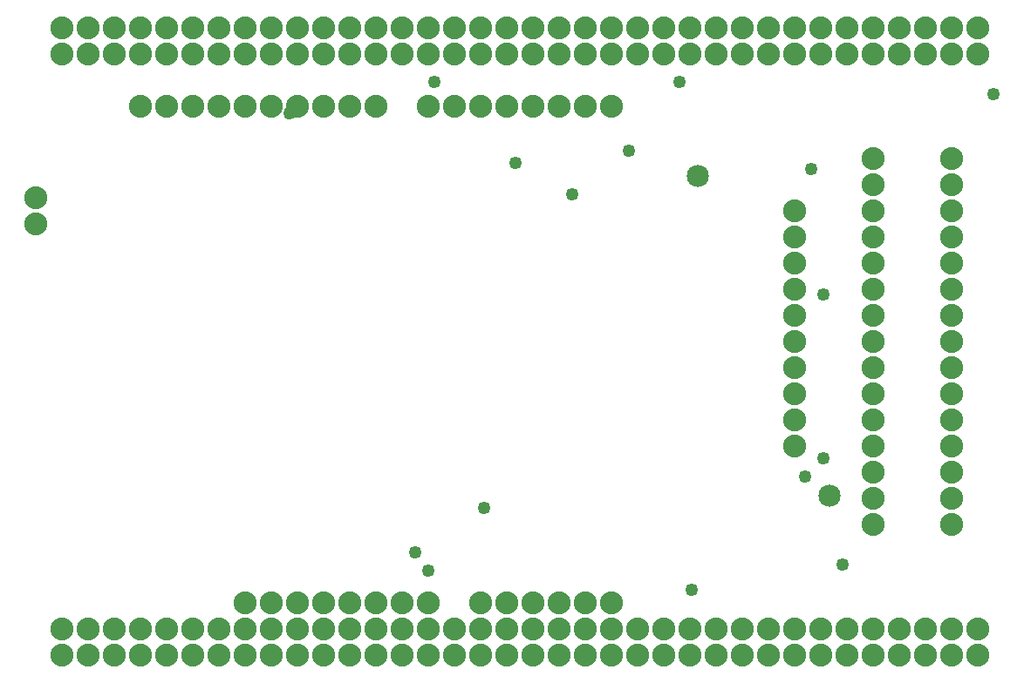
<source format=gbs>
G04 MADE WITH FRITZING*
G04 WWW.FRITZING.ORG*
G04 DOUBLE SIDED*
G04 HOLES PLATED*
G04 CONTOUR ON CENTER OF CONTOUR VECTOR*
%ASAXBY*%
%FSLAX23Y23*%
%MOIN*%
%OFA0B0*%
%SFA1.0B1.0*%
%ADD10C,0.088000*%
%ADD11C,0.049370*%
%ADD12C,0.085000*%
%LNMASK0*%
G90*
G70*
G54D10*
X174Y2433D03*
X274Y2433D03*
X374Y2433D03*
X474Y2433D03*
X574Y2433D03*
X674Y2433D03*
X774Y2433D03*
X874Y2433D03*
X974Y2433D03*
X1074Y2433D03*
X1174Y2433D03*
X1274Y2433D03*
X1374Y2433D03*
X1474Y2433D03*
X1574Y2433D03*
X1674Y2433D03*
X1774Y2433D03*
X1874Y2433D03*
X1974Y2433D03*
X2074Y2433D03*
X2174Y2433D03*
X2274Y2433D03*
X2374Y2433D03*
X2474Y2433D03*
X2574Y2433D03*
X2674Y2433D03*
X2774Y2433D03*
X2874Y2433D03*
X2974Y2433D03*
X3074Y2433D03*
X3174Y2433D03*
X3274Y2433D03*
X3374Y2433D03*
X3474Y2433D03*
X3574Y2433D03*
X3674Y2433D03*
X174Y2533D03*
X274Y2533D03*
X374Y2533D03*
X474Y2533D03*
X574Y2533D03*
X674Y2533D03*
X774Y2533D03*
X874Y2533D03*
X974Y2533D03*
X1074Y2533D03*
X1174Y2533D03*
X1274Y2533D03*
X1374Y2533D03*
X1474Y2533D03*
X1574Y2533D03*
X1674Y2533D03*
X1774Y2533D03*
X1874Y2533D03*
X1974Y2533D03*
X2074Y2533D03*
X2174Y2533D03*
X2274Y2533D03*
X2374Y2533D03*
X2474Y2533D03*
X2574Y2533D03*
X2674Y2533D03*
X2774Y2533D03*
X2874Y2533D03*
X2974Y2533D03*
X3074Y2533D03*
X3174Y2533D03*
X3274Y2533D03*
X3374Y2533D03*
X3474Y2533D03*
X3574Y2533D03*
X3674Y2533D03*
X174Y233D03*
X274Y233D03*
X374Y233D03*
X474Y233D03*
X574Y233D03*
X674Y233D03*
X774Y233D03*
X874Y233D03*
X974Y233D03*
X1074Y233D03*
X1174Y233D03*
X1274Y233D03*
X1374Y233D03*
X1474Y233D03*
X1574Y233D03*
X1674Y233D03*
X1774Y233D03*
X1874Y233D03*
X1974Y233D03*
X2074Y233D03*
X2174Y233D03*
X2274Y233D03*
X2374Y233D03*
X2474Y233D03*
X2574Y233D03*
X2674Y233D03*
X2774Y233D03*
X2874Y233D03*
X2974Y233D03*
X3074Y233D03*
X3174Y233D03*
X3274Y233D03*
X3374Y233D03*
X3474Y233D03*
X3574Y233D03*
X3674Y233D03*
X174Y133D03*
X274Y133D03*
X374Y133D03*
X474Y133D03*
X574Y133D03*
X674Y133D03*
X774Y133D03*
X874Y133D03*
X974Y133D03*
X1074Y133D03*
X1174Y133D03*
X1274Y133D03*
X1374Y133D03*
X1474Y133D03*
X1574Y133D03*
X1674Y133D03*
X1774Y133D03*
X1874Y133D03*
X1974Y133D03*
X2074Y133D03*
X2174Y133D03*
X2274Y133D03*
X2374Y133D03*
X2474Y133D03*
X2574Y133D03*
X2674Y133D03*
X2774Y133D03*
X2874Y133D03*
X2974Y133D03*
X3074Y133D03*
X3174Y133D03*
X3274Y133D03*
X3374Y133D03*
X3474Y133D03*
X3574Y133D03*
X3674Y133D03*
X2274Y333D03*
X2174Y333D03*
X2074Y333D03*
X1974Y333D03*
X1874Y333D03*
X1774Y333D03*
X1574Y333D03*
X1474Y333D03*
X1374Y333D03*
X1274Y333D03*
X1174Y333D03*
X1074Y333D03*
X974Y333D03*
X874Y333D03*
X2274Y2233D03*
X2174Y2233D03*
X2074Y2233D03*
X1974Y2233D03*
X1874Y2233D03*
X1774Y2233D03*
X1674Y2233D03*
X1574Y2233D03*
X1374Y2233D03*
X1274Y2233D03*
X1174Y2233D03*
X1074Y2233D03*
X974Y2233D03*
X874Y2233D03*
X774Y2233D03*
X674Y2233D03*
X574Y2233D03*
X474Y2233D03*
X1374Y2233D03*
X1274Y2233D03*
X1174Y2233D03*
X1074Y2233D03*
X974Y2233D03*
X874Y2233D03*
X774Y2233D03*
X674Y2233D03*
X574Y2233D03*
X474Y2233D03*
G54D11*
X3156Y480D03*
X2340Y2064D03*
X2532Y2328D03*
X1572Y456D03*
X1596Y2328D03*
X2580Y384D03*
X3732Y2280D03*
X1908Y2016D03*
X1524Y528D03*
X3012Y816D03*
X1044Y2208D03*
X2124Y1896D03*
G54D12*
X3108Y744D03*
X2604Y1968D03*
G54D11*
X3084Y888D03*
X3084Y1512D03*
X3036Y1992D03*
X1788Y696D03*
G54D10*
X2974Y933D03*
X2974Y1033D03*
X2974Y1133D03*
X2974Y1233D03*
X2974Y1333D03*
X2974Y1433D03*
X2974Y1533D03*
X2974Y1633D03*
X2974Y1733D03*
X2974Y1833D03*
X2974Y933D03*
X2974Y1033D03*
X2974Y1133D03*
X2974Y1233D03*
X2974Y1333D03*
X2974Y1433D03*
X2974Y1533D03*
X2974Y1633D03*
X2974Y1733D03*
X2974Y1833D03*
X3274Y633D03*
X3274Y733D03*
X3274Y833D03*
X3274Y933D03*
X3274Y1033D03*
X3274Y1133D03*
X3274Y1233D03*
X3274Y1333D03*
X3274Y1433D03*
X3274Y1533D03*
X3274Y1633D03*
X3274Y1733D03*
X3274Y1833D03*
X3274Y1933D03*
X3274Y2033D03*
X3574Y633D03*
X3574Y733D03*
X3574Y833D03*
X3574Y933D03*
X3574Y1033D03*
X3574Y1133D03*
X3574Y1233D03*
X3574Y1333D03*
X3574Y1433D03*
X3574Y1533D03*
X3574Y1633D03*
X3574Y1733D03*
X3574Y1833D03*
X3574Y1933D03*
X3574Y2033D03*
X74Y1883D03*
X74Y1783D03*
G04 End of Mask0*
M02*
</source>
